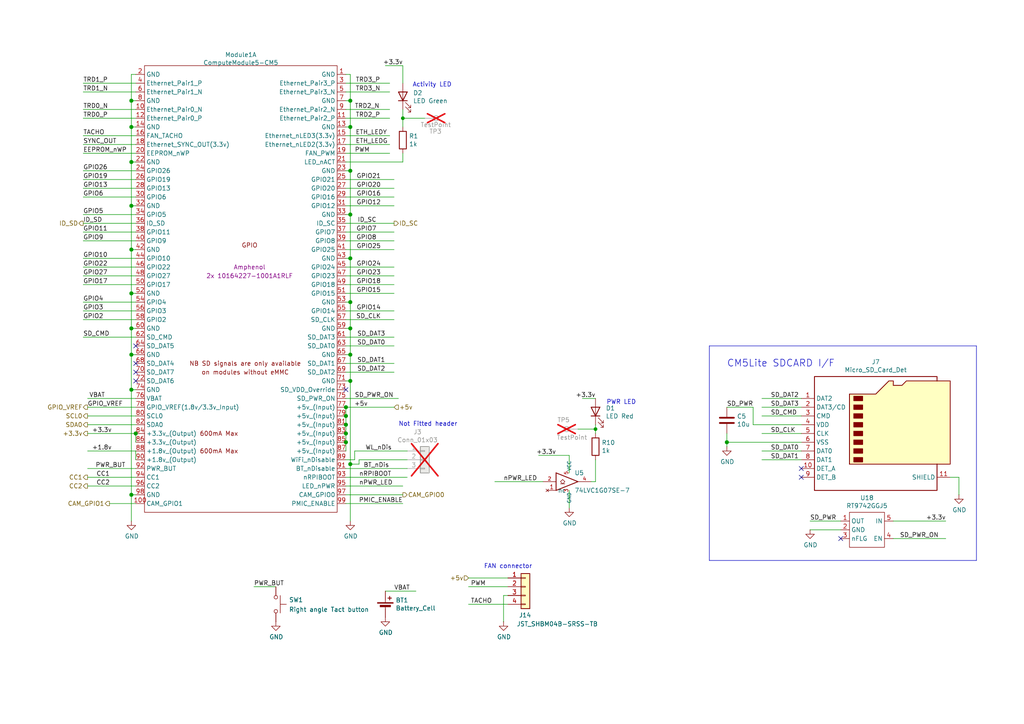
<source format=kicad_sch>
(kicad_sch (version 20250114) (generator "eeschema") (generator_version "9.0")
  (paper "A4")
  (title_block (title "Compute Module 5 IO Board - GPIO - Ethernet") (rev "1") (company "Copyright © 2024 Raspberry Pi Ltd.") (comment 1 "www.raspberrypi.com"))
  (lib_symbols
    (symbol "CM5IO:74LVC1G07_copy"
      (property "Reference" "U" (at -2.54 3.81 0))
      (property "Value" "74LVC1G07_copy" (at 0 -3.81 0))
      (symbol "74LVC1G07_copy_0_1"
        (polyline (pts (xy -3.81 2.54) (xy -3.81 -2.54) (xy 2.54 0) (xy -3.81 2.54)) (stroke (width 0.254)))
        (polyline (pts (xy -2.54 -0.635) (xy -1.27 -0.635)))
        (polyline (pts (xy -1.905 0.635) (xy -2.54 0) (xy -1.905 -0.635) (xy -1.27 0) (xy -1.905 0.635)))
      )
      (symbol "74LVC1G07_copy_1_1"
        (pin input line (at -7.62 0 0) (length 3.81) (name "~") (number "2"))
        (pin no_connect line (at -6.35 -2.54 0) (length 2.54) (name "nc") (number "1"))
        (pin power_in line (at 0 2.54 90) (length 0) (name "VCC") (number "5"))
        (pin power_in line (at 0 -2.54 270) (length 0) (name "GND") (number "3"))
        (pin open_collector line (at 6.35 0 180) (length 3.81) (name "~") (number "4"))
      )
    )
    (symbol "CM5IO:ComputeModule5-CM5"
      (property "Reference" "Module" (at 113.03 -68.58 0))
      (property "Value" "ComputeModule5-CM5" (at 140.97 2.54 0))
      (property "Field4" "Amphenol" (at 0 0 0))
      (property "Field5" "2x 10164227-1001A1RLF" (at 0 -2.54 0))
      (symbol "ComputeModule5-CM5_1_0"
        (text "GPIO" (at 0 6.35 0) (effects (font (size 1.27 1.27))))
      )
      (symbol "ComputeModule5-CM5_1_1"
        (rectangle (start -30.48 -71.12) (end 25.4 58.42))
        (text "600mA Max" (at -8.89 -48.26 0) (effects (font (size 1.27 1.27))))
        (text "600mA Max" (at -8.89 -53.34 0) (effects (font (size 1.27 1.27))))
        (text "NB SD signals are only available" (at -1.27 -27.94 0) (effects (font (size 1.27 1.27))))
        (text "on modules without eMMC" (at -1.27 -30.48 0) (effects (font (size 1.27 1.27))))
        (pin power_in line (at -33.02 55.88 0) (length 2.54) (name "GND") (number "2"))
        (pin passive line (at -33.02 53.34 0) (length 2.54) (name "Ethernet_Pair1_P") (number "4"))
        (pin passive line (at -33.02 50.8 0) (length 2.54) (name "Ethernet_Pair1_N") (number "6"))
        (pin power_in line (at -33.02 48.26 0) (length 2.54) (name "GND") (number "8"))
        (pin passive line (at -33.02 45.72 0) (length 2.54) (name "Ethernet_Pair0_N") (number "10"))
        (pin passive line (at -33.02 43.18 0) (length 2.54) (name "Ethernet_Pair0_P") (number "12"))
        (pin power_in line (at -33.02 40.64 0) (length 2.54) (name "GND") (number "14"))
        (pin input line (at -33.02 38.1 0) (length 2.54) (name "FAN_TACHO") (number "16"))
        (pin input line (at -33.02 35.56 0) (length 2.54) (name "Ethernet_SYNC_OUT(3.3v)") (number "18"))
        (pin passive line (at -33.02 33.02 0) (length 2.54) (name "EEPROM_nWP") (number "20"))
        (pin power_in line (at -33.02 30.48 0) (length 2.54) (name "GND") (number "22"))
        (pin passive line (at -33.02 27.94 0) (length 2.54) (name "GPIO26") (number "24"))
        (pin passive line (at -33.02 25.4 0) (length 2.54) (name "GPIO19") (number "26"))
        (pin passive line (at -33.02 22.86 0) (length 2.54) (name "GPIO13") (number "28"))
        (pin passive line (at -33.02 20.32 0) (length 2.54) (name "GPIO6") (number "30"))
        (pin power_in line (at -33.02 17.78 0) (length 2.54) (name "GND") (number "32"))
        (pin passive line (at -33.02 15.24 0) (length 2.54) (name "GPIO5") (number "34"))
        (pin passive line (at -33.02 12.7 0) (length 2.54) (name "ID_SD") (number "36"))
        (pin passive line (at -33.02 10.16 0) (length 2.54) (name "GPIO11") (number "38"))
        (pin passive line (at -33.02 7.62 0) (length 2.54) (name "GPIO9") (number "40"))
        (pin power_in line (at -33.02 5.08 0) (length 2.54) (name "GND") (number "42"))
        (pin passive line (at -33.02 2.54 0) (length 2.54) (name "GPIO10") (number "44"))
        (pin passive line (at -33.02 0 0) (length 2.54) (name "GPIO22") (number "46"))
        (pin passive line (at -33.02 -2.54 0) (length 2.54) (name "GPIO27") (number "48"))
        (pin passive line (at -33.02 -5.08 0) (length 2.54) (name "GPIO17") (number "50"))
        (pin power_in line (at -33.02 -7.62 0) (length 2.54) (name "GND") (number "52"))
        (pin passive line (at -33.02 -10.16 0) (length 2.54) (name "GPIO4") (number "54"))
        (pin passive line (at -33.02 -12.7 0) (length 2.54) (name "GPIO3") (number "56"))
        (pin passive line (at -33.02 -15.24 0) (length 2.54) (name "GPIO2") (number "58"))
        (pin power_in line (at -33.02 -17.78 0) (length 2.54) (name "GND") (number "60"))
        (pin passive line (at -33.02 -20.32 0) (length 2.54) (name "SD_CMD") (number "62"))
        (pin passive line (at -33.02 -22.86 0) (length 2.54) (name "SD_DAT5") (number "64"))
        (pin power_in line (at -33.02 -25.4 0) (length 2.54) (name "GND") (number "66"))
        (pin passive line (at -33.02 -27.94 0) (length 2.54) (name "SD_DAT4") (number "68"))
        (pin passive line (at -33.02 -30.48 0) (length 2.54) (name "SD_DAT7") (number "70"))
        (pin passive line (at -33.02 -33.02 0) (length 2.54) (name "SD_DAT6") (number "72"))
        (pin power_in line (at -33.02 -35.56 0) (length 2.54) (name "GND") (number "74"))
        (pin passive line (at -33.02 -38.1 0) (length 2.54) (name "VBAT") (number "76"))
        (pin power_in line (at -33.02 -40.64 0) (length 2.54) (name "GPIO_VREF(1.8v/3.3v_Input)") (number "78"))
        (pin passive line (at -33.02 -43.18 0) (length 2.54) (name "SCL0") (number "80"))
        (pin passive line (at -33.02 -45.72 0) (length 2.54) (name "SDA0") (number "82"))
        (pin power_out line (at -33.02 -48.26 0) (length 2.54) (name "+3.3v_(Output)") (number "84"))
        (pin passive line (at -33.02 -50.8 0) (length 2.54) (name "+3.3v_(Output)") (number "86"))
        (pin power_out line (at -33.02 -53.34 0) (length 2.54) (name "+1.8v_(Output)") (number "88"))
        (pin passive line (at -33.02 -55.88 0) (length 2.54) (name "+1.8v_(Output)") (number "90"))
        (pin passive line (at -33.02 -58.42 0) (length 2.54) (name "PWR_BUT") (number "92"))
        (pin passive line (at -33.02 -60.96 0) (length 2.54) (name "CC1") (number "94"))
        (pin passive line (at -33.02 -63.5 0) (length 2.54) (name "CC2") (number "96"))
        (pin power_in line (at -33.02 -66.04 0) (length 2.54) (name "GND") (number "98"))
        (pin passive line (at -33.02 -68.58 0) (length 2.54) (name "CAM_GPIO1") (number "100"))
        (pin power_in line (at 27.94 55.88 180) (length 2.54) (name "GND") (number "1"))
        (pin passive line (at 27.94 53.34 180) (length 2.54) (name "Ethernet_Pair3_P") (number "3"))
        (pin passive line (at 27.94 50.8 180) (length 2.54) (name "Ethernet_Pair3_N") (number "5"))
        (pin power_in line (at 27.94 48.26 180) (length 2.54) (name "GND") (number "7"))
        (pin passive line (at 27.94 45.72 180) (length 2.54) (name "Ethernet_Pair2_N") (number "9"))
        (pin passive line (at 27.94 43.18 180) (length 2.54) (name "Ethernet_Pair2_P") (number "11"))
        (pin power_in line (at 27.94 40.64 180) (length 2.54) (name "GND") (number "13"))
        (pin output line (at 27.94 38.1 180) (length 2.54) (name "Ethernet_nLED3(3.3v)") (number "15"))
        (pin output line (at 27.94 35.56 180) (length 2.54) (name "Ethernet_nLED2(3.3v)") (number "17"))
        (pin output line (at 27.94 33.02 180) (length 2.54) (name "FAN_PWM") (number "19"))
        (pin open_collector line (at 27.94 30.48 180) (length 2.54) (name "LED_nACT") (number "21"))
        (pin power_in line (at 27.94 27.94 180) (length 2.54) (name "GND") (number "23"))
        (pin passive line (at 27.94 25.4 180) (length 2.54) (name "GPIO21") (number "25"))
        (pin passive line (at 27.94 22.86 180) (length 2.54) (name "GPIO20") (number "27"))
        (pin passive line (at 27.94 20.32 180) (length 2.54) (name "GPIO16") (number "29"))
        (pin passive line (at 27.94 17.78 180) (length 2.54) (name "GPIO12") (number "31"))
        (pin power_in line (at 27.94 15.24 180) (length 2.54) (name "GND") (number "33"))
        (pin passive line (at 27.94 12.7 180) (length 2.54) (name "ID_SC") (number "35"))
        (pin passive line (at 27.94 10.16 180) (length 2.54) (name "GPIO7") (number "37"))
        (pin passive line (at 27.94 7.62 180) (length 2.54) (name "GPIO8") (number "39"))
        (pin passive line (at 27.94 5.08 180) (length 2.54) (name "GPIO25") (number "41"))
        (pin power_in line (at 27.94 2.54 180) (length 2.54) (name "GND") (number "43"))
        (pin passive line (at 27.94 0 180) (length 2.54) (name "GPIO24") (number "45"))
        (pin passive line (at 27.94 -2.54 180) (length 2.54) (name "GPIO23") (number "47"))
        (pin passive line (at 27.94 -5.08 180) (length 2.54) (name "GPIO18") (number "49"))
        (pin passive line (at 27.94 -7.62 180) (length 2.54) (name "GPIO15") (number "51"))
        (pin power_in line (at 27.94 -10.16 180) (length 2.54) (name "GND") (number "53"))
        (pin passive line (at 27.94 -12.7 180) (length 2.54) (name "GPIO14") (number "55"))
        (pin passive line (at 27.94 -15.24 180) (length 2.54) (name "SD_CLK") (number "57"))
        (pin power_in line (at 27.94 -17.78 180) (length 2.54) (name "GND") (number "59"))
        (pin passive line (at 27.94 -20.32 180) (length 2.54) (name "SD_DAT3") (number "61"))
        (pin passive line (at 27.94 -22.86 180) (length 2.54) (name "SD_DAT0") (number "63"))
        (pin power_in line (at 27.94 -25.4 180) (length 2.54) (name "GND") (number "65"))
        (pin passive line (at 27.94 -27.94 180) (length 2.54) (name "SD_DAT1") (number "67"))
        (pin passive line (at 27.94 -30.48 180) (length 2.54) (name "SD_DAT2") (number "69"))
        (pin power_in line (at 27.94 -33.02 180) (length 2.54) (name "GND") (number "71"))
        (pin input line (at 27.94 -35.56 180) (length 2.54) (name "SD_VDD_Override") (number "73"))
        (pin output line (at 27.94 -38.1 180) (length 2.54) (name "SD_PWR_ON") (number "75"))
        (pin power_in line (at 27.94 -40.64 180) (length 2.54) (name "+5v_(Input)") (number "77"))
        (pin power_in line (at 27.94 -43.18 180) (length 2.54) (name "+5v_(Input)") (number "79"))
        (pin power_in line (at 27.94 -45.72 180) (length 2.54) (name "+5v_(Input)") (number "81"))
        (pin power_in line (at 27.94 -48.26 180) (length 2.54) (name "+5v_(Input)") (number "83"))
        (pin power_in line (at 27.94 -50.8 180) (length 2.54) (name "+5v_(Input)") (number "85"))
        (pin power_in line (at 27.94 -53.34 180) (length 2.54) (name "+5v_(Input)") (number "87"))
        (pin input line (at 27.94 -55.88 180) (length 2.54) (name "WiFi_nDisable") (number "89"))
        (pin input line (at 27.94 -58.42 180) (length 2.54) (name "BT_nDisable") (number "91"))
        (pin input line (at 27.94 -60.96 180) (length 2.54) (name "nRPIBOOT") (number "93"))
        (pin output line (at 27.94 -63.5 180) (length 2.54) (name "LED_nPWR") (number "95"))
        (pin passive line (at 27.94 -66.04 180) (length 2.54) (name "CAM_GPIO0") (number "97"))
        (pin input line (at 27.94 -68.58 180) (length 2.54) (name "PMIC_ENABLE") (number "99"))
      )
      (symbol "ComputeModule5-CM5_2_1"
        (rectangle (start 114.3 -66.04) (end 165.1 63.5))
        (text "High Speed Serial" (at 140.97 0 0) (effects (font (size 1.27 1.27))))
        (pin input line (at 109.22 60.96 0) (length 5.08) (name "PCIe_nCLKREQ") (number "102"))
        (pin input line (at 109.22 58.42 0) (length 5.08) (name "PCIE_nWAKE") (number "104"))
        (pin output line (at 109.22 55.88 0) (length 5.08) (name "PCIE_PWR_EN") (number "106"))
        (pin power_in line (at 109.22 53.34 0) (length 5.08) (name "GND") (number "108"))
        (pin output line (at 109.22 50.8 0) (length 5.08) (name "PCIe_CLK_P") (number "110"))
        (pin output line (at 109.22 48.26 0) (length 5.08) (name "PCIe_CLK_N") (number "112"))
        (pin power_in line (at 109.22 45.72 0) (length 5.08) (name "GND") (number "114"))
        (pin input line (at 109.22 43.18 0) (length 5.08) (name "PCIe_RX_P") (number "116"))
        (pin input line (at 109.22 40.64 0) (length 5.08) (name "PCIe_RX_N") (number "118"))
        (pin power_in line (at 109.22 38.1 0) (length 5.08) (name "GND") (number "120"))
        (pin output line (at 109.22 35.56 0) (length 5.08) (name "PCIe_TX_P") (number "122"))
        (pin output line (at 109.22 33.02 0) (length 5.08) (name "PCIe_TX_N") (number "124"))
        (pin power_in line (at 109.22 30.48 0) (length 5.08) (name "GND") (number "126"))
        (pin input line (at 109.22 27.94 0) (length 5.08) (name "USB3-0-RX_N") (number "128"))
        (pin input line (at 109.22 25.4 0) (length 5.08) (name "USB3-0-RX_P") (number "130"))
        (pin power_in line (at 109.22 22.86 0) (length 5.08) (name "GND") (number "132"))
        (pin passive line (at 109.22 20.32 0) (length 5.08) (name "USB3-0-D_P") (number "134"))
        (pin passive line (at 109.22 17.78 0) (length 5.08) (name "USB3-0-D_N") (number "136"))
        (pin power_in line (at 109.22 15.24 0) (length 5.08) (name "GND") (number "138"))
        (pin output line (at 109.22 12.7 0) (length 5.08) (name "USB3-0-TX_N") (number "140"))
        (pin output line (at 109.22 10.16 0) (length 5.08) (name "USB3-0-TX_P") (number "142"))
        (pin power_in line (at 109.22 7.62 0) (length 5.08) (name "GND") (number "144"))
        (pin output line (at 109.22 5.08 0) (length 5.08) (name "HDMI1_TX2_P") (number "146"))
        (pin output line (at 109.22 2.54 0) (length 5.08) (name "HDMI1_TX2_N") (number "148"))
        (pin power_in line (at 109.22 0 0) (length 5.08) (name "GND") (number "150"))
        (pin output line (at 109.22 -2.54 0) (length 5.08) (name "HDMI1_TX1_P") (number "152"))
        (pin output line (at 109.22 -5.08 0) (length 5.08) (name "HDMI1_TX1_N") (number "154"))
        (pin power_in line (at 109.22 -7.62 0) (length 5.08) (name "GND") (number "156"))
        (pin output line (at 109.22 -10.16 0) (length 5.08) (name "HDMI1_TX0_P") (number "158"))
        (pin output line (at 109.22 -12.7 0) (length 5.08) (name "HDMI1_TX0_N") (number "160"))
        (pin power_in line (at 109.22 -15.24 0) (length 5.08) (name "GND") (number "162"))
        (pin output line (at 109.22 -17.78 0) (length 5.08) (name "HDMI1_CLK_P") (number "164"))
        (pin output line (at 109.22 -20.32 0) (length 5.08) (name "HDMI1_CLK_N") (number "166"))
        (pin power_in line (at 109.22 -22.86 0) (length 5.08) (name "GND") (number "168"))
        (pin output line (at 109.22 -25.4 0) (length 5.08) (name "HDMI0_TX2_P") (number "170"))
        (pin output line (at 109.22 -27.94 0) (length 5.08) (name "HDMI0_TX2_N") (number "172"))
        (pin power_in line (at 109.22 -30.48 0) (length 5.08) (name "GND") (number "174"))
        (pin output line (at 109.22 -33.02 0) (length 5.08) (name "HDMI0_TX1_P") (number "176"))
        (pin output line (at 109.22 -35.56 0) (length 5.08) (name "HDMI0_TX1_N") (number "178"))
        (pin power_in line (at 109.22 -38.1 0) (length 5.08) (name "GND") (number "180"))
        (pin output line (at 109.22 -40.64 0) (length 5.08) (name "HDMI0_TX0_P") (number "182"))
        (pin output line (at 109.22 -43.18 0) (length 5.08) (name "HDMI0_TX0_N") (number "184"))
        (pin power_in line (at 109.22 -45.72 0) (length 5.08) (name "GND") (number "186"))
        (pin output line (at 109.22 -48.26 0) (length 5.08) (name "HDMI0_CLK_P") (number "188"))
        (pin output line (at 109.22 -50.8 0) (length 5.08) (name "HDMI0_CLK_N") (number "190"))
        (pin power_in line (at 109.22 -53.34 0) (length 5.08) (name "GND") (number "192"))
        (pin output line (at 109.22 -55.88 0) (length 5.08) (name "MIPI1_D3_N") (number "194"))
        (pin output line (at 109.22 -58.42 0) (length 5.08) (name "MIPI1_D3_P") (number "196"))
        (pin power_in line (at 109.22 -60.96 0) (length 5.08) (name "GND") (number "198"))
        (pin open_collector line (at 109.22 -63.5 0) (length 5.08) (name "HDMI0_SCL") (number "200"))
        (pin input line (at 170.18 60.96 180) (length 5.08) (name "USB_OTG_ID") (number "101"))
        (pin passive line (at 170.18 58.42 180) (length 5.08) (name "USB2_N") (number "103"))
        (pin passive line (at 170.18 55.88 180) (length 5.08) (name "USB2_P") (number "105"))
        (pin power_in line (at 170.18 53.34 180) (length 5.08) (name "GND") (number "107"))
        (pin output line (at 170.18 50.8 180) (length 5.08) (name "PCIe_nRST") (number "109"))
        (pin output line (at 170.18 48.26 180) (length 5.08) (name "VBUS_EN") (number "111"))
        (pin power_in line (at 170.18 45.72 180) (length 5.08) (name "GND") (number "113"))
        (pin input line (at 170.18 43.18 180) (length 5.08) (name "MIPI0_D0_N") (number "115"))
        (pin input line (at 170.18 40.64 180) (length 5.08) (name "MIPI0_D0_P") (number "117"))
        (pin power_in line (at 170.18 38.1 180) (length 5.08) (name "GND") (number "119"))
        (pin input line (at 170.18 35.56 180) (length 5.08) (name "MIPI0_D1_N") (number "121"))
        (pin input line (at 170.18 33.02 180) (length 5.08) (name "MIPI0_D1_P") (number "123"))
        (pin power_in line (at 170.18 30.48 180) (length 5.08) (name "GND") (number "125"))
        (pin input line (at 170.18 27.94 180) (length 5.08) (name "MIPI0_C_N") (number "127"))
        (pin input line (at 170.18 25.4 180) (length 5.08) (name "MIPI0_C_P") (number "129"))
        (pin power_in line (at 170.18 22.86 180) (length 5.08) (name "GND") (number "131"))
        (pin input line (at 170.18 20.32 180) (length 5.08) (name "MIPI0_D2_N") (number "133"))
        (pin input line (at 170.18 17.78 180) (length 5.08) (name "MIPI0_D2_P") (number "135"))
        (pin power_in line (at 170.18 15.24 180) (length 5.08) (name "GND") (number "137"))
        (pin input line (at 170.18 12.7 180) (length 5.08) (name "MIPI0_D3_N") (number "139"))
        (pin input line (at 170.18 10.16 180) (length 5.08) (name "MIPI0_D3_P") (number "141"))
        (pin input line (at 170.18 7.62 180) (length 5.08) (name "HDMI1_HOTPLUG") (number "143"))
        (pin bidirectional line (at 170.18 5.08 180) (length 5.08) (name "HDMI1_SDA") (number "145"))
        (pin open_collector line (at 170.18 2.54 180) (length 5.08) (name "HDMI1_SCL") (number "147"))
        (pin open_collector line (at 170.18 0 180) (length 5.08) (name "HDMI1_CEC") (number "149"))
        (pin open_collector line (at 170.18 -2.54 180) (length 5.08) (name "HDMI0_CEC") (number "151"))
        (pin input line (at 170.18 -5.08 180) (length 5.08) (name "HDMI0_HOTPLUG") (number "153"))
        (pin power_in line (at 170.18 -7.62 180) (length 5.08) (name "GND") (number "155"))
        (pin input line (at 170.18 -10.16 180) (length 5.08) (name "USB3-1-RX_N") (number "157"))
        (pin input line (at 170.18 -12.7 180) (length 5.08) (name "USB3-1-RX_P") (number "159"))
        (pin power_in line (at 170.18 -15.24 180) (length 5.08) (name "GND") (number "161"))
        (pin passive line (at 170.18 -17.78 180) (length 5.08) (name "USB3-1-D_P") (number "163"))
        (pin passive line (at 170.18 -20.32 180) (length 5.08) (name "USB3-1-D_N") (number "165"))
        (pin power_in line (at 170.18 -22.86 180) (length 5.08) (name "GND") (number "167"))
        (pin output line (at 170.18 -25.4 180) (length 5.08) (name "USB3-1-TX_N") (number "169"))
        (pin output line (at 170.18 -27.94 180) (length 5.08) (name "USB3-1-TX_P") (number "171"))
        (pin power_in line (at 170.18 -30.48 180) (length 5.08) (name "GND") (number "173"))
        (pin output line (at 170.18 -33.02 180) (length 5.08) (name "MIPI1_D0_N") (number "175"))
        (pin output line (at 170.18 -35.56 180) (length 5.08) (name "MIPI1_D0_P") (number "177"))
        (pin power_in line (at 170.18 -38.1 180) (length 5.08) (name "GND") (number "179"))
        (pin output line (at 170.18 -40.64 180) (length 5.08) (name "MIPI1_D1_N") (number "181"))
        (pin output line (at 170.18 -43.18 180) (length 5.08) (name "MIPI1_D1_P") (number "183"))
        (pin power_in line (at 170.18 -45.72 180) (length 5.08) (name "GND") (number "185"))
        (pin output line (at 170.18 -48.26 180) (length 5.08) (name "MIPI1_C_N") (number "187"))
        (pin output line (at 170.18 -50.8 180) (length 5.08) (name "MIPI1_C_P") (number "189"))
        (pin power_in line (at 170.18 -53.34 180) (length 5.08) (name "GND") (number "191"))
        (pin output line (at 170.18 -55.88 180) (length 5.08) (name "MIPI1_D2_N") (number "193"))
        (pin output line (at 170.18 -58.42 180) (length 5.08) (name "MIPI1_D2_P") (number "195"))
        (pin power_in line (at 170.18 -60.96 180) (length 5.08) (name "GND") (number "197"))
        (pin bidirectional line (at 170.18 -63.5 180) (length 5.08) (name "HDMI0_SDA") (number "199"))
      )
    )
    (symbol "CM5IO:RT9742GGJ5"
      (property "Reference" "U" (at 0 0 0))
      (property "Value" "RT9742GGJ5" (at 0 0 0))
      (symbol "RT9742GGJ5_0_0"
        (pin power_out line (at -8.89 10.16 0) (length 2.54) (name "OUT") (number "1"))
        (pin power_in line (at -8.89 7.62 0) (length 2.54) (name "GND") (number "2"))
        (pin open_collector line (at -8.89 5.08 0) (length 2.54) (name "nFLG") (number "3"))
        (pin power_in line (at 6.35 10.16 180) (length 2.54) (name "IN") (number "5"))
        (pin input line (at 6.35 5.08 180) (length 2.54) (name "EN") (number "4"))
      )
      (symbol "RT9742GGJ5_0_1"
        (rectangle (start -6.35 12.7) (end 3.81 2.54))
      )
    )
    (symbol "Connector:Micro_SD_Card_Det2"
      (property "Reference" "J" (at -16.51 17.78 0))
      (property "Value" "Micro_SD_Card_Det2" (at 16.51 17.78 0))
      (symbol "Micro_SD_Card_Det2_0_1"
        (polyline (pts (xy -8.89 -8.89) (xy -8.89 11.43) (xy -1.27 11.43) (xy 2.54 15.24) (xy 3.81 15.24) (xy 3.81 13.97) (xy 6.35 13.97) (xy 7.62 15.24) (xy 20.32 15.24) (xy 20.32 -8.89) (xy -8.89 -8.89)) (stroke (width 0.254)) (fill (type background)))
        (rectangle (start -7.62 10.795) (end -5.08 9.525) (stroke (width 0.254)) (fill (type outline)))
        (rectangle (start -7.62 8.255) (end -5.08 6.985) (stroke (width 0.254)) (fill (type outline)))
        (rectangle (start -7.62 5.715) (end -5.08 4.445) (stroke (width 0.254)) (fill (type outline)))
        (rectangle (start -7.62 3.175) (end -5.08 1.905) (stroke (width 0.254)) (fill (type outline)))
        (rectangle (start -7.62 0.635) (end -5.08 -0.635) (stroke (width 0.254)) (fill (type outline)))
        (rectangle (start -7.62 -1.905) (end -5.08 -3.175) (stroke (width 0.254)) (fill (type outline)))
        (rectangle (start -7.62 -4.445) (end -5.08 -5.715) (stroke (width 0.254)) (fill (type outline)))
        (rectangle (start -7.62 -6.985) (end -5.08 -8.255) (stroke (width 0.254)) (fill (type outline)))
        (polyline (pts (xy 16.51 15.24) (xy 16.51 16.51) (xy -19.05 16.51) (xy -19.05 -16.51) (xy 16.51 -16.51) (xy 16.51 -8.89)) (stroke (width 0.254)))
      )
      (symbol "Micro_SD_Card_Det2_1_1"
        (pin bidirectional line (at -22.86 10.16 0) (length 3.81) (name "DAT2") (number "1"))
        (pin bidirectional line (at -22.86 7.62 0) (length 3.81) (name "DAT3/CD") (number "2"))
        (pin input line (at -22.86 5.08 0) (length 3.81) (name "CMD") (number "3"))
        (pin power_in line (at -22.86 2.54 0) (length 3.81) (name "VDD") (number "4"))
        (pin input line (at -22.86 0 0) (length 3.81) (name "CLK") (number "5"))
        (pin power_in line (at -22.86 -2.54 0) (length 3.81) (name "VSS") (number "6"))
        (pin bidirectional line (at -22.86 -5.08 0) (length 3.81) (name "DAT0") (number "7"))
        (pin bidirectional line (at -22.86 -7.62 0) (length 3.81) (name "DAT1") (number "8"))
        (pin passive line (at -22.86 -10.16 0) (length 3.81) (name "DET_A") (number "10"))
        (pin passive line (at -22.86 -12.7 0) (length 3.81) (name "DET_B") (number "9"))
        (pin passive line (at 20.32 -12.7 180) (length 3.81) (name "SHIELD") (number "11"))
      )
    )
    (symbol "Connector:TestPoint" (pin_numbers (hide yes)) (pin_names (offset 0.762) (hide yes))
      (property "Reference" "TP" (at 0 6.858 0))
      (property "Value" "TestPoint" (at 0 5.08 0))
      (symbol "TestPoint_0_1"
        (circle (center 0 3.302) (radius 0.762))
      )
      (symbol "TestPoint_1_1"
        (pin passive line (at 0 0 90) (length 2.54) (name "1") (number "1"))
      )
    )
    (symbol "Connector_Generic:Conn_01x03" (pin_names (offset 1.016) (hide yes))
      (property "Reference" "J" (at 0 5.08 0))
      (property "Value" "Conn_01x03" (at 0 -5.08 0))
      (symbol "Conn_01x03_1_1"
        (rectangle (start -1.27 3.81) (end 1.27 -3.81) (stroke (width 0.254)) (fill (type background)))
        (rectangle (start -1.27 2.667) (end 0 2.413) (stroke (width 0.1524)))
        (rectangle (start -1.27 0.127) (end 0 -0.127) (stroke (width 0.1524)))
        (rectangle (start -1.27 -2.413) (end 0 -2.667) (stroke (width 0.1524)))
        (pin passive line (at -5.08 2.54 0) (length 3.81) (name "Pin_1") (number "1"))
        (pin passive line (at -5.08 0 0) (length 3.81) (name "Pin_2") (number "2"))
        (pin passive line (at -5.08 -2.54 0) (length 3.81) (name "Pin_3") (number "3"))
      )
    )
    (symbol "Connector_Generic:Conn_01x04" (pin_names (offset 1.016) (hide yes))
      (property "Reference" "J" (at 0 5.08 0))
      (property "Value" "Conn_01x04" (at 0 -7.62 0))
      (symbol "Conn_01x04_1_1"
        (rectangle (start -1.27 3.81) (end 1.27 -6.35) (stroke (width 0.254)) (fill (type background)))
        (rectangle (start -1.27 2.667) (end 0 2.413) (stroke (width 0.1524)))
        (rectangle (start -1.27 0.127) (end 0 -0.127) (stroke (width 0.1524)))
        (rectangle (start -1.27 -2.413) (end 0 -2.667) (stroke (width 0.1524)))
        (rectangle (start -1.27 -4.953) (end 0 -5.207) (stroke (width 0.1524)))
        (pin passive line (at -5.08 2.54 0) (length 3.81) (name "Pin_1") (number "1"))
        (pin passive line (at -5.08 0 0) (length 3.81) (name "Pin_2") (number "2"))
        (pin passive line (at -5.08 -2.54 0) (length 3.81) (name "Pin_3") (number "3"))
        (pin passive line (at -5.08 -5.08 0) (length 3.81) (name "Pin_4") (number "4"))
      )
    )
    (symbol "Device:Battery_Cell" (pin_numbers (hide yes)) (pin_names (offset 0) (hide yes))
      (property "Reference" "BT" (at 2.54 2.54 0))
      (property "Value" "Battery_Cell" (at 2.54 0 0))
      (symbol "Battery_Cell_0_1"
        (rectangle (start -2.286 1.778) (end 2.286 1.524) (fill (type outline)))
        (rectangle (start -1.524 1.016) (end 1.524 0.508) (fill (type outline)))
        (polyline (pts (xy 0 1.778) (xy 0 2.54)))
        (polyline (pts (xy 0 0.762) (xy 0 0)))
        (polyline (pts (xy 0.762 3.048) (xy 1.778 3.048)) (stroke (width 0.254)))
        (polyline (pts (xy 1.27 3.556) (xy 1.27 2.54)) (stroke (width 0.254)))
      )
      (symbol "Battery_Cell_1_1"
        (pin passive line (at 0 5.08 270) (length 2.54) (name "+") (number "1"))
        (pin passive line (at 0 -2.54 90) (length 2.54) (name "-") (number "2"))
      )
    )
    (symbol "Device:C" (pin_numbers (hide yes)) (pin_names (offset 0.254))
      (property "Reference" "C" (at 0.635 2.54 0))
      (property "Value" "C" (at 0.635 -2.54 0))
      (symbol "C_0_1"
        (polyline (pts (xy -2.032 0.762) (xy 2.032 0.762)) (stroke (width 0.508)))
        (polyline (pts (xy -2.032 -0.762) (xy 2.032 -0.762)) (stroke (width 0.508)))
      )
      (symbol "C_1_1"
        (pin passive line (at 0 3.81 270) (length 2.794) (name "~") (number "1"))
        (pin passive line (at 0 -3.81 90) (length 2.794) (name "~") (number "2"))
      )
    )
    (symbol "Device:LED" (pin_numbers (hide yes)) (pin_names (offset 1.016) (hide yes))
      (property "Reference" "D" (at 0 2.54 0))
      (property "Value" "LED" (at 0 -2.54 0))
      (symbol "LED_0_1"
        (polyline (pts (xy -3.048 -0.762) (xy -4.572 -2.286) (xy -3.81 -2.286) (xy -4.572 -2.286) (xy -4.572 -1.524)))
        (polyline (pts (xy -1.778 -0.762) (xy -3.302 -2.286) (xy -2.54 -2.286) (xy -3.302 -2.286) (xy -3.302 -1.524)))
        (polyline (pts (xy -1.27 0) (xy 1.27 0)))
        (polyline (pts (xy -1.27 -1.27) (xy -1.27 1.27)) (stroke (width 0.254)))
        (polyline (pts (xy 1.27 -1.27) (xy 1.27 1.27) (xy -1.27 0) (xy 1.27 -1.27)) (stroke (width 0.254)))
      )
      (symbol "LED_1_1"
        (pin passive line (at -3.81 0 0) (length 2.54) (name "K") (number "1"))
        (pin passive line (at 3.81 0 180) (length 2.54) (name "A") (number "2"))
      )
    )
    (symbol "Device:R" (pin_numbers (hide yes)) (pin_names (offset 0))
      (property "Reference" "R" (at 2.032 0 90))
      (property "Value" "R" (at 0 0 90))
      (symbol "R_0_1"
        (rectangle (start -1.016 -2.54) (end 1.016 2.54) (stroke (width 0.254)))
      )
      (symbol "R_1_1"
        (pin passive line (at 0 3.81 270) (length 1.27) (name "~") (number "1"))
        (pin passive line (at 0 -3.81 90) (length 1.27) (name "~") (number "2"))
      )
    )
    (symbol "LED_1" (pin_numbers (hide yes)) (pin_names (offset 1.016) (hide yes))
      (property "Reference" "D" (at 0 2.54 0))
      (property "Value" "LED" (at 0 -2.54 0))
      (symbol "LED_1_0_1"
        (polyline (pts (xy -3.048 -0.762) (xy -4.572 -2.286) (xy -3.81 -2.286) (xy -4.572 -2.286) (xy -4.572 -1.524)))
        (polyline (pts (xy -1.778 -0.762) (xy -3.302 -2.286) (xy -2.54 -2.286) (xy -3.302 -2.286) (xy -3.302 -1.524)))
        (polyline (pts (xy -1.27 0) (xy 1.27 0)))
        (polyline (pts (xy -1.27 -1.27) (xy -1.27 1.27)) (stroke (width 0.254)))
        (polyline (pts (xy 1.27 -1.27) (xy 1.27 1.27) (xy -1.27 0) (xy 1.27 -1.27)) (stroke (width 0.254)))
      )
      (symbol "LED_1_1_1"
        (pin passive line (at -3.81 0 0) (length 2.54) (name "K") (number "1"))
        (pin passive line (at 3.81 0 180) (length 2.54) (name "A") (number "2"))
      )
    )
    (symbol "Switch:SW_Push" (pin_numbers (hide yes)) (pin_names (offset 1.016) (hide yes))
      (property "Reference" "SW" (at 1.27 2.54 0))
      (property "Value" "SW_Push" (at 0 -1.524 0))
      (symbol "SW_Push_0_1"
        (circle (center -2.032 0) (radius 0.508))
        (polyline (pts (xy 0 1.27) (xy 0 3.048)))
        (circle (center 2.032 0) (radius 0.508))
        (polyline (pts (xy 2.54 1.27) (xy -2.54 1.27)))
        (pin passive line (at -5.08 0 0) (length 2.54) (name "1") (number "1"))
        (pin passive line (at 5.08 0 180) (length 2.54) (name "2") (number "2"))
      )
    )
    (symbol "power:GND" (power) (pin_numbers (hide yes)) (pin_names (offset 0) (hide yes))
      (property "Value" "GND" (at 0 -3.81 0))
      (symbol "GND_0_1"
        (polyline (pts (xy 0 0) (xy 0 -1.27) (xy 1.27 -1.27) (xy 0 -2.54) (xy -1.27 -1.27) (xy 0 -1.27)))
      )
      (symbol "GND_1_1"
        (pin power_in line (at 0 0 270) (length 0) (name "~") (number "1"))
      )
    )
  )
  (text "Activity LED" (at 119.634 25.4 0) (effects (font (size 1.27 1.27)) (justify left bottom)))
  (text "FAN connector\n" (at 140.335 165.1 0) (effects (font (size 1.27 1.27)) (justify left bottom)))
  (text "Not Fitted header" (at 132.715 123.825 0) (effects (font (size 1.27 1.27)) (justify right bottom)))
  (text "PWR LED" (at 175.895 117.475 0) (effects (font (size 1.27 1.27)) (justify left bottom)))
  (text "CM5Lite SDCARD I/F" (at 210.82 106.68 0) (effects (font (size 2.007 2.007)) (justify left bottom)))
  (junction (at 101.6 36.83) (diameter 1.016))
  (junction (at 101.6 29.21) (diameter 1.016))
  (junction (at 101.6 102.87) (diameter 1.016))
  (junction (at 38.1 113.03) (diameter 1.016))
  (junction (at 38.1 46.99) (diameter 1.016))
  (junction (at 100.33 125.73) (diameter 1.016))
  (junction (at 38.1 72.39) (diameter 1.016))
  (junction (at 100.33 123.19) (diameter 1.016))
  (junction (at 38.1 143.51) (diameter 1.016))
  (junction (at 38.1 59.69) (diameter 1.016))
  (junction (at 101.6 62.23) (diameter 1.016))
  (junction (at 38.1 95.25) (diameter 1.016))
  (junction (at 100.33 118.11) (diameter 1.016))
  (junction (at 101.6 95.25) (diameter 1.016))
  (junction (at 210.82 128.27) (diameter 1.016))
  (junction (at 101.6 87.63) (diameter 1.016))
  (junction (at 38.1 85.09) (diameter 1.016))
  (junction (at 100.33 120.65) (diameter 1.016))
  (junction (at 172.72 124.46))
  (junction (at 38.1 36.83) (diameter 1.016))
  (junction (at 39.37 125.73) (diameter 1.016))
  (junction (at 38.1 102.87) (diameter 1.016))
  (junction (at 38.1 29.21) (diameter 1.016))
  (junction (at 100.33 128.27) (diameter 1.016))
  (junction (at 116.84 34.29))
  (junction (at 101.6 110.49) (diameter 1.016))
  (junction (at 101.6 134.62) (diameter 1.016))
  (junction (at 101.6 49.53) (diameter 1.016))
  (junction (at 101.6 74.93) (diameter 1.016))
  (no_connect (at 39.37 107.95))
  (no_connect (at 100.33 113.03))
  (no_connect (at 39.37 100.33))
  (no_connect (at 243.84 156.21))
  (no_connect (at 39.37 105.41))
  (no_connect (at 232.41 138.43))
  (no_connect (at 232.41 135.89))
  (no_connect (at 39.37 110.49))
  (wire (pts (xy 275.59 138.43) (xy 278.13 138.43)))
  (wire (pts (xy 101.6 110.49) (xy 101.6 134.62)))
  (wire (pts (xy 100.33 135.89) (xy 118.11 135.89)))
  (wire (pts (xy 100.33 102.87) (xy 101.6 102.87)))
  (wire (pts (xy 24.13 90.17) (xy 39.37 90.17)))
  (wire (pts (xy 39.37 133.35) (xy 39.37 130.81)))
  (wire (pts (xy 24.13 44.45) (xy 39.37 44.45)))
  (wire (pts (xy 100.33 95.25) (xy 101.6 95.25)))
  (wire (pts (xy 101.6 102.87) (xy 101.6 110.49)))
  (wire (pts (xy 100.33 100.33) (xy 114.3 100.33)))
  (wire (pts (xy 39.37 128.27) (xy 39.37 125.73)))
  (wire (pts (xy 111.76 171.45) (xy 120.65 171.45)))
  (wire (pts (xy 100.33 118.11) (xy 114.3 118.11)))
  (wire (pts (xy 101.6 36.83) (xy 101.6 49.53)))
  (wire (pts (xy 24.13 92.71) (xy 39.37 92.71)))
  (wire (pts (xy 116.84 36.83) (xy 116.84 34.29)))
  (wire (pts (xy 24.13 31.75) (xy 39.37 31.75)))
  (wire (pts (xy 24.13 77.47) (xy 39.37 77.47)))
  (wire (pts (xy 100.33 29.21) (xy 101.6 29.21)))
  (wire (pts (xy 220.98 120.65) (xy 232.41 120.65)))
  (wire (pts (xy 100.33 90.17) (xy 114.3 90.17)))
  (wire (pts (xy 24.13 82.55) (xy 39.37 82.55)))
  (wire (pts (xy 24.13 80.01) (xy 39.37 80.01)))
  (wire (pts (xy 100.33 34.29) (xy 113.03 34.29)))
  (wire (pts (xy 39.37 36.83) (xy 38.1 36.83)))
  (wire (pts (xy 100.33 44.45) (xy 113.03 44.45)))
  (wire (pts (xy 100.33 31.75) (xy 113.03 31.75)))
  (wire (pts (xy 102.87 133.35) (xy 102.87 130.81)))
  (wire (pts (xy 24.13 67.31) (xy 39.37 67.31)))
  (wire (pts (xy 104.14 133.35) (xy 118.11 133.35)))
  (wire (pts (xy 100.33 87.63) (xy 101.6 87.63)))
  (wire (pts (xy 24.13 39.37) (xy 39.37 39.37)))
  (wire (pts (xy 39.37 21.59) (xy 38.1 21.59)))
  (wire (pts (xy 101.6 21.59) (xy 101.6 29.21)))
  (wire (pts (xy 101.6 29.21) (xy 101.6 36.83)))
  (wire (pts (xy 38.1 143.51) (xy 38.1 151.13)))
  (wire (pts (xy 146.05 172.72) (xy 146.05 180.34)))
  (wire (pts (xy 165.1 142.24) (xy 165.1 147.32)))
  (wire (pts (xy 100.33 57.15) (xy 114.3 57.15)))
  (wire (pts (xy 167.64 124.46) (xy 172.72 124.46)))
  (wire (pts (xy 165.1 137.16) (xy 165.1 132.08)))
  (wire (pts (xy 100.33 143.51) (xy 116.84 143.51)))
  (wire (pts (xy 100.33 107.95) (xy 114.3 107.95)))
  (wire (pts (xy 100.33 80.01) (xy 114.3 80.01)))
  (wire (pts (xy 25.4 138.43) (xy 39.37 138.43)))
  (wire (pts (xy 101.6 95.25) (xy 101.6 102.87)))
  (wire (pts (xy 38.1 72.39) (xy 38.1 85.09)))
  (wire (pts (xy 210.82 128.27) (xy 232.41 128.27)))
  (wire (pts (xy 101.6 49.53) (xy 101.6 62.23)))
  (wire (pts (xy 24.13 74.93) (xy 39.37 74.93)))
  (wire (pts (xy 100.33 140.97) (xy 116.84 140.97)))
  (wire (pts (xy 39.37 29.21) (xy 38.1 29.21)))
  (wire (pts (xy 25.4 140.97) (xy 39.37 140.97)))
  (wire (pts (xy 25.4 135.89) (xy 39.37 135.89)))
  (wire (pts (xy 100.33 128.27) (xy 100.33 130.81)))
  (wire (pts (xy 243.84 153.67) (xy 234.95 153.67)))
  (wire (pts (xy 100.33 41.91) (xy 113.03 41.91)))
  (wire (pts (xy 100.33 115.57) (xy 115.57 115.57)))
  (wire (pts (xy 114.3 97.79) (xy 100.33 97.79)))
  (wire (pts (xy 24.13 26.67) (xy 39.37 26.67)))
  (wire (pts (xy 24.13 49.53) (xy 39.37 49.53)))
  (wire (pts (xy 243.84 151.13) (xy 234.95 151.13)))
  (wire (pts (xy 100.33 120.65) (xy 100.33 123.19)))
  (wire (pts (xy 100.33 74.93) (xy 101.6 74.93)))
  (wire (pts (xy 100.33 39.37) (xy 113.03 39.37)))
  (wire (pts (xy 210.82 125.73) (xy 210.82 128.27)))
  (polyline (pts (xy 283.21 162.56) (xy 205.74 162.56)) (stroke (width 0) (type solid)))
  (wire (pts (xy 100.33 138.43) (xy 118.11 138.43)))
  (wire (pts (xy 38.1 95.25) (xy 39.37 95.25)))
  (wire (pts (xy 218.44 123.19) (xy 218.44 118.11)))
  (wire (pts (xy 38.1 102.87) (xy 38.1 113.03)))
  (wire (pts (xy 38.1 85.09) (xy 38.1 95.25)))
  (wire (pts (xy 31.75 146.05) (xy 39.37 146.05)))
  (wire (pts (xy 116.84 19.05) (xy 116.84 24.13)))
  (wire (pts (xy 116.84 34.29) (xy 116.84 31.75)))
  (wire (pts (xy 104.14 134.62) (xy 104.14 133.35)))
  (wire (pts (xy 101.6 134.62) (xy 101.6 151.13)))
  (wire (pts (xy 278.13 138.43) (xy 278.13 143.51)))
  (wire (pts (xy 38.1 59.69) (xy 38.1 72.39)))
  (wire (pts (xy 38.1 113.03) (xy 39.37 113.03)))
  (wire (pts (xy 38.1 72.39) (xy 39.37 72.39)))
  (wire (pts (xy 24.13 54.61) (xy 39.37 54.61)))
  (wire (pts (xy 100.33 52.07) (xy 114.3 52.07)))
  (wire (pts (xy 25.4 130.81) (xy 39.37 130.81)))
  (wire (pts (xy 24.13 97.79) (xy 39.37 97.79)))
  (wire (pts (xy 24.13 24.13) (xy 39.37 24.13)))
  (polyline (pts (xy 283.21 100.33) (xy 283.21 162.56)) (stroke (width 0) (type solid)))
  (wire (pts (xy 100.33 62.23) (xy 101.6 62.23)))
  (wire (pts (xy 100.33 24.13) (xy 113.03 24.13)))
  (wire (pts (xy 100.33 36.83) (xy 101.6 36.83)))
  (wire (pts (xy 38.1 95.25) (xy 38.1 102.87)))
  (wire (pts (xy 172.72 133.35) (xy 172.72 139.7)))
  (wire (pts (xy 39.37 143.51) (xy 38.1 143.51)))
  (wire (pts (xy 24.13 57.15) (xy 39.37 57.15)))
  (wire (pts (xy 220.98 130.81) (xy 232.41 130.81)))
  (wire (pts (xy 25.4 123.19) (xy 39.37 123.19)))
  (wire (pts (xy 38.1 113.03) (xy 38.1 143.51)))
  (wire (pts (xy 165.1 132.08) (xy 156.21 132.08)))
  (wire (pts (xy 172.72 123.19) (xy 172.72 124.46)))
  (wire (pts (xy 102.87 130.81) (xy 118.11 130.81)))
  (wire (pts (xy 100.33 146.05) (xy 116.84 146.05)))
  (wire (pts (xy 220.98 115.57) (xy 232.41 115.57)))
  (wire (pts (xy 100.33 64.77) (xy 114.3 64.77)))
  (wire (pts (xy 259.08 151.13) (xy 274.32 151.13)))
  (wire (pts (xy 101.6 87.63) (xy 101.6 95.25)))
  (wire (pts (xy 147.32 172.72) (xy 146.05 172.72)))
  (wire (pts (xy 100.33 54.61) (xy 114.3 54.61)))
  (wire (pts (xy 116.84 46.99) (xy 116.84 44.45)))
  (wire (pts (xy 100.33 133.35) (xy 102.87 133.35)))
  (wire (pts (xy 100.33 69.85) (xy 114.3 69.85)))
  (wire (pts (xy 114.3 105.41) (xy 100.33 105.41)))
  (wire (pts (xy 25.4 118.11) (xy 39.37 118.11)))
  (wire (pts (xy 100.33 85.09) (xy 114.3 85.09)))
  (polyline (pts (xy 205.74 162.56) (xy 205.74 100.33)) (stroke (width 0) (type solid)))
  (wire (pts (xy 135.89 170.18) (xy 147.32 170.18)))
  (wire (pts (xy 24.13 34.29) (xy 39.37 34.29)))
  (wire (pts (xy 25.4 115.57) (xy 39.37 115.57)))
  (wire (pts (xy 25.4 125.73) (xy 39.37 125.73)))
  (wire (pts (xy 100.33 59.69) (xy 114.3 59.69)))
  (wire (pts (xy 135.89 175.26) (xy 147.32 175.26)))
  (polyline (pts (xy 205.74 100.33) (xy 283.21 100.33)) (stroke (width 0) (type solid)))
  (wire (pts (xy 114.3 92.71) (xy 100.33 92.71)))
  (wire (pts (xy 100.33 67.31) (xy 114.3 67.31)))
  (wire (pts (xy 24.13 64.77) (xy 39.37 64.77)))
  (wire (pts (xy 172.72 139.7) (xy 171.45 139.7)))
  (wire (pts (xy 25.4 120.65) (xy 39.37 120.65)))
  (wire (pts (xy 38.1 36.83) (xy 38.1 46.99)))
  (wire (pts (xy 100.33 46.99) (xy 116.84 46.99)))
  (wire (pts (xy 24.13 52.07) (xy 39.37 52.07)))
  (wire (pts (xy 172.72 115.57) (xy 168.91 115.57)))
  (wire (pts (xy 100.33 72.39) (xy 114.3 72.39)))
  (wire (pts (xy 38.1 29.21) (xy 38.1 36.83)))
  (wire (pts (xy 100.33 21.59) (xy 101.6 21.59)))
  (wire (pts (xy 100.33 110.49) (xy 101.6 110.49)))
  (wire (pts (xy 143.51 139.7) (xy 157.48 139.7)))
  (wire (pts (xy 24.13 69.85) (xy 39.37 69.85)))
  (wire (pts (xy 24.13 87.63) (xy 39.37 87.63)))
  (wire (pts (xy 100.33 118.11) (xy 100.33 120.65)))
  (wire (pts (xy 111.76 19.05) (xy 116.84 19.05)))
  (wire (pts (xy 210.82 128.27) (xy 210.82 129.54)))
  (wire (pts (xy 100.33 49.53) (xy 101.6 49.53)))
  (wire (pts (xy 100.33 26.67) (xy 113.03 26.67)))
  (wire (pts (xy 232.41 123.19) (xy 218.44 123.19)))
  (wire (pts (xy 24.13 62.23) (xy 39.37 62.23)))
  (wire (pts (xy 24.13 41.91) (xy 39.37 41.91)))
  (wire (pts (xy 259.08 156.21) (xy 274.32 156.21)))
  (wire (pts (xy 101.6 74.93) (xy 101.6 87.63)))
  (wire (pts (xy 100.33 123.19) (xy 100.33 125.73)))
  (wire (pts (xy 232.41 118.11) (xy 220.98 118.11)))
  (wire (pts (xy 38.1 46.99) (xy 39.37 46.99)))
  (wire (pts (xy 73.66 170.18) (xy 80.01 170.18)))
  (wire (pts (xy 38.1 21.59) (xy 38.1 29.21)))
  (wire (pts (xy 135.89 167.64) (xy 147.32 167.64)))
  (wire (pts (xy 38.1 85.09) (xy 39.37 85.09)))
  (wire (pts (xy 100.33 125.73) (xy 100.33 128.27)))
  (wire (pts (xy 100.33 77.47) (xy 114.3 77.47)))
  (wire (pts (xy 38.1 102.87) (xy 39.37 102.87)))
  (wire (pts (xy 38.1 59.69) (xy 39.37 59.69)))
  (wire (pts (xy 172.72 124.46) (xy 172.72 125.73)))
  (wire (pts (xy 210.82 118.11) (xy 218.44 118.11)))
  (wire (pts (xy 232.41 125.73) (xy 220.98 125.73)))
  (wire (pts (xy 232.41 133.35) (xy 220.98 133.35)))
  (wire (pts (xy 100.33 82.55) (xy 114.3 82.55)))
  (wire (pts (xy 116.84 34.29) (xy 123.19 34.29)))
  (wire (pts (xy 101.6 62.23) (xy 101.6 74.93)))
  (wire (pts (xy 38.1 46.99) (xy 38.1 59.69)))
  (wire (pts (xy 101.6 134.62) (xy 104.14 134.62)))
  (label "SD_DAT2" (at 111.76 107.95 180))
  (label "GPIO5" (at 24.13 62.23 0))
  (label "TRD3_N" (at 103.124 26.67 0))
  (label "GPIO2" (at 24.13 92.71 0))
  (label "GPIO9" (at 24.13 69.85 0))
  (label "ETH_LEDG" (at 103.124 41.91 0))
  (label "SD_DAT1" (at 111.76 105.41 180))
  (label "GPIO10" (at 24.13 74.93 0))
  (label "TRD3_P" (at 103.124 24.13 0))
  (label "GPIO6" (at 24.13 57.15 0))
  (label "GPIO20" (at 110.49 54.61 180))
  (label "SD_DAT2" (at 223.52 115.57 0))
  (label "GPIO25" (at 110.49 72.39 180))
  (label "SD_DAT0" (at 111.76 100.33 180))
  (label "GPIO15" (at 110.49 85.09 180))
  (label "GPIO13" (at 24.13 54.61 0))
  (label "GPIO7" (at 109.22 67.31 180))
  (label "GPIO14" (at 110.49 90.17 180))
  (label "BT_nDis" (at 112.8776 135.89 180))
  (label "SD_PWR_ON" (at 260.985 156.21 0))
  (label "ETH_LEDY" (at 103.124 39.37 0))
  (label "VBAT" (at 114.3 171.45 0))
  (label "SD_PWR_ON" (at 102.87 115.57 0))
  (label "PWM" (at 102.87 44.45 0))
  (label "GPIO4" (at 24.13 87.63 0))
  (label "TRD1_P" (at 24.13 24.13 0))
  (label "CC1" (at 27.94 138.43 0))
  (label "WL_nDis" (at 113.665 130.81 180))
  (label "+3.3v" (at 274.32 151.13 180))
  (label "+3.3v" (at 116.84 19.05 180))
  (label "SD_DAT3" (at 111.76 97.79 180))
  (label "GPIO27" (at 24.13 80.01 0))
  (label "EEPROM_nWP" (at 24.13 44.45 0))
  (label "GPIO_VREF" (at 25.4 118.11 0))
  (label "SD_PWR" (at 210.82 118.11 0))
  (label "SD_DAT0" (at 223.52 130.81 0))
  (label "GPIO21" (at 110.49 52.07 180))
  (label "GPIO23" (at 110.49 80.01 180))
  (label "TRD0_N" (at 24.13 31.75 0))
  (label "+1.8v" (at 26.67 130.81 0))
  (label "PWR_BUT" (at 73.66 170.18 0))
  (label "SD_DAT3" (at 223.52 118.11 0))
  (label "SD_CLK" (at 110.49 92.71 180))
  (label "GPIO16" (at 110.49 57.15 180))
  (label "GPIO12" (at 110.49 59.69 180))
  (label "+3.3v" (at 26.67 125.73 0))
  (label "SD_CMD" (at 223.52 120.65 0))
  (label "PWM" (at 136.525 170.18 0))
  (label "GPIO8" (at 109.22 69.85 180))
  (label "GPIO17" (at 24.13 82.55 0))
  (label "SYNC_OUT" (at 24.13 41.91 0))
  (label "nPWR_LED" (at 146.05 139.7 0))
  (label "SD_PWR" (at 234.95 151.13 0))
  (label "SD_DAT1" (at 223.52 133.35 0))
  (label "GPIO18" (at 110.49 82.55 180))
  (label "TRD2_N" (at 102.87 31.75 0))
  (label "nPWR_LED" (at 104.14 140.97 0))
  (label "TRD0_P" (at 24.13 34.29 0))
  (label "GPIO26" (at 24.13 49.53 0))
  (label "TACHO" (at 136.525 175.26 0))
  (label "PWR_BUT" (at 27.686 135.89 0))
  (label "+3.3v" (at 161.29 132.08 180))
  (label "nRPIBOOT" (at 104.14 138.43 0))
  (label "GPIO11" (at 24.13 67.31 0))
  (label "ID_SD" (at 24.13 64.77 0))
  (label "TRD1_N" (at 24.13 26.67 0))
  (label "GPIO24" (at 110.49 77.47 180))
  (label "VBAT" (at 30.48 115.57 180))
  (label "ID_SC" (at 109.22 64.77 180))
  (label "CC2" (at 27.94 140.97 0))
  (label "TACHO" (at 24.13 39.37 0))
  (label "+5v" (at 106.68 118.11 180))
  (label "SD_CMD" (at 24.13 97.79 0))
  (label "PMIC_ENABLE" (at 116.84 146.05 180))
  (label "+3.3v" (at 172.72 115.57 180))
  (label "TRD2_P" (at 103.124 34.29 0))
  (label "GPIO19" (at 24.13 52.07 0))
  (label "SD_CLK" (at 223.52 125.73 0))
  (label "GPIO22" (at 24.13 77.47 0))
  (label "GPIO3" (at 24.13 90.17 0))
  (hierarchical_label "CC1" (shape output) (at 25.4 138.43 180))
  (hierarchical_label "ID_SD" (shape output) (at 24.13 64.77 180))
  (hierarchical_label "SDA0" (shape output) (at 25.4 123.19 180))
  (hierarchical_label "CAM_GPIO1" (shape output) (at 31.75 146.05 180))
  (hierarchical_label "CC2" (shape output) (at 25.4 140.97 180))
  (hierarchical_label "+3.3v" (shape output) (at 25.4 125.73 180))
  (hierarchical_label "GPIO_VREF" (shape output) (at 25.4 118.11 180))
  (hierarchical_label "ID_SC" (shape output) (at 114.3 64.77 0))
  (hierarchical_label "SCL0" (shape output) (at 25.4 120.65 180))
  (hierarchical_label "+5v" (shape input) (at 135.89 167.64 180))
  (hierarchical_label "CAM_GPIO0" (shape output) (at 116.84 143.51 0))
  (hierarchical_label "+5v" (shape input) (at 114.3 118.11 0))
  (symbol (lib_id "CM5IO:74LVC1G07_copy") (at 165.1 139.7 0) (unit 1)
    (property "Reference" "U5" (at 166.624 137.16 0) (effects (justify left)))
    (property "Value" "74LVC1G07SE-7" (at 166.624 142.24 0) (effects (justify left)))
    (property "Footprint" "Package_TO_SOT_SMD:SOT-353_SC-70-5" (effects (hide yes)))
    (property "Datasheet" "https://www.diodes.com/assets/Datasheets/74LVC1G07.pdf" (effects (hide yes)))
    (property "Field4" "Farnell" (effects (hide yes)))
    (property "Field5" "2425492" (effects (hide yes)))
    (property "Field6" "74LVC1G07SE-7" (effects (hide yes)))
    (property "Field7" "Diodes" (effects (hide yes)))
    (property "Part Description" "Buffer, Non-Inverting 1 Element 1 Bit per Element Open Drain Output SOT-353" (effects (hide yes)))
  )
  (symbol (lib_id "CM5IO:RT9742GGJ5") (at 252.73 161.29 0) (unit 1)
    (property "Reference" "U18" (at 251.46 144.399 0))
    (property "Value" "RT9742GGJ5" (at 251.46 146.7104 0))
    (property "Footprint" "Package_TO_SOT_SMD:SOT-23-5" (effects (hide yes)))
    (property "Datasheet" "https://www.richtek.com/assets/product_file/RT9742/DS9742-00.pdf" (effects (hide yes)))
    (property "Field4" "Farnell" (effects (hide yes)))
    (property "Field5" "	2545875" (effects (hide yes)))
    (property "Field6" "RT9742GGJ5" (effects (hide yes)))
    (property "Field7" "RichTek" (effects (hide yes)))
    (property "Field8" "USWI00166" (effects (hide yes)))
    (property "Part Description" "	Power Switch/Driver 1:1 N-Channel 1A TSOT-23-5" (effects (hide yes)))
  )
  (symbol (lib_id "power:GND") (at 234.95 153.67 0) (unit 1)
    (property "Reference" "#PWR0113" (effects (hide yes)))
    (property "Value" "GND" (at 235.077 158.0642 0))
    (property "Description" "Power symbol creates a global label with name \"GND\" , ground" (effects (hide yes)))
  )
  (symbol (lib_id "CM5IO:ComputeModule5-CM5") (at 72.39 77.47 0) (unit 1)
    (property "Reference" "Module1" (at 69.85 15.875 0))
    (property "Value" "ComputeModule5-CM5" (at 69.85 18.1864 0))
    (property "Footprint" "CM5IO:Raspberry-Pi-5-Compute-Module" (effects (hide yes)))
    (property "Description" "RaspberryPi Compute module 5" (effects (hide yes)))
    (property "Field4" "Amphenol" (at 72.39 77.47 0))
    (property "Field5" "2x 10164227-1001A1RLF" (at 72.39 80.01 0))
    (property "Field6" "2x 10164227-1001A1RLF" (effects (hide yes)))
    (property "Field7" "Hirose" (effects (hide yes)))
    (property "Part Description" "	100 Position Connector Receptacle, Center Strip Contacts Surface Mount Gold" (effects (hide yes)))
  )
  (symbol (lib_id "Device:C") (at 210.82 121.92 0) (unit 1)
    (property "Reference" "C5" (at 213.741 120.7516 0) (effects (justify left)))
    (property "Value" "10u" (at 213.741 123.063 0) (effects (justify left)))
    (property "Footprint" "Capacitor_SMD:C_0805_2012Metric" (effects (hide yes)))
    (property "Datasheet" "https://search.murata.co.jp/Ceramy/image/img/A01X/G101/ENG/GRM21BR71A106KA73-01.pdf" (effects (hide yes)))
    (property "Field5" "490-14381-1-ND" (effects (hide yes)))
    (property "Field4" "Digikey" (effects (hide yes)))
    (property "Field6" "GRM21BR71A106KA73L" (effects (hide yes)))
    (property "Field7" "Murata" (effects (hide yes)))
    (property "Part Description" "	10uF 10% 10V Ceramic Capacitor X7R 0805 (2012 Metric)" (effects (hide yes)))
    (property "Field8" "111893011" (effects (hide yes)))
  )
  (symbol (lib_id "power:GND") (at 38.1 151.13 0) (unit 1)
    (property "Reference" "#PWR0104" (effects (hide yes)))
    (property "Value" "GND" (at 38.227 155.5242 0))
    (property "Description" "Power symbol creates a global label with name \"GND\" , ground" (effects (hide yes)))
  )
  (symbol (lib_id "power:GND") (at 101.6 151.13 0) (unit 1)
    (property "Reference" "#PWR0105" (effects (hide yes)))
    (property "Value" "GND" (at 101.727 155.5242 0))
    (property "Description" "Power symbol creates a global label with name \"GND\" , ground" (effects (hide yes)))
  )
  (symbol (lib_id "Device:LED") (at 116.84 27.94 90) (unit 1)
    (property "Reference" "D2" (at 119.8118 26.9494 90) (effects (justify right)))
    (property "Value" "LED Green" (at 119.8118 29.2608 90) (effects (justify right)))
    (property "Footprint" "LED_SMD:LED_0603_1608Metric" (effects (hide yes)))
    (property "Datasheet" "http://optoelectronics.liteon.com/upload/download/DS22-2000-226/LTST-S270KGKT.pdf" (effects (hide yes)))
    (property "Field4" "Digikey " (effects (hide yes)))
    (property "Field5" "LTST-S270KGKT" (effects (hide yes)))
    (property "Field6" "SML-A12M8TT86N" (effects (hide yes)))
    (property "Field7" "Rohm" (effects (hide yes)))
    (property "Field8" "650263301" (effects (hide yes)))
    (property "Part Description" "	Green 572nm LED Indication - Discrete 2.2V 2-SMD, No Lead" (effects (hide yes)))
  )
  (symbol (lib_id "Device:R") (at 116.84 40.64 0) (unit 1)
    (property "Reference" "R1" (at 118.618 39.4716 0) (effects (justify left)))
    (property "Value" "1k" (at 118.618 41.783 0) (effects (justify left)))
    (property "Footprint" "Resistor_SMD:R_0402_1005Metric" (effects (hide yes)))
    (property "Datasheet" "https://fscdn.rohm.com/en/products/databook/datasheet/passive/resistor/chip_resistor/mcr-e.pdf" (effects (hide yes)))
    (property "Field4" "Farnell" (effects (hide yes)))
    (property "Field5" "9239235" (effects (hide yes)))
    (property "Field7" "KOA EUROPE GMBH" (effects (hide yes)))
    (property "Field6" "RK73H1ETTP1001F" (effects (hide yes)))
    (property "Part Description" "Resistor 1K M1005 1% 63mW" (effects (hide yes)))
    (property "Field8" "125049511" (effects (hide yes)))
  )
  (symbol (lib_id "power:GND") (at 165.1 147.32 0) (unit 1)
    (property "Reference" "#PWR05" (effects (hide yes)))
    (property "Value" "GND" (at 165.227 151.7142 0))
    (property "Description" "Power symbol creates a global label with name \"GND\" , ground" (effects (hide yes)))
  )
  (symbol (lib_name "LED_1") (lib_id "Device:LED") (at 172.72 119.38 90) (unit 1)
    (property "Reference" "D1" (at 175.6918 118.3894 90) (effects (justify right)))
    (property "Value" "LED Red" (at 175.6918 120.7008 90) (effects (justify right)))
    (property "Footprint" "LED_SMD:LED_0603_1608Metric" (effects (hide yes)))
    (property "Datasheet" "http://optoelectronics.liteon.com/upload/download/DS22-2000-210/LTST-S270KRKT.pdf" (effects (hide yes)))
    (property "Field4" "Digikey " (effects (hide yes)))
    (property "Field5" "	LTST-S270KRKT" (effects (hide yes)))
    (property "Field6" "SML-A12U8TT86Q" (effects (hide yes)))
    (property "Field7" "Rohm" (effects (hide yes)))
    (property "Field8" "650295101" (effects (hide yes)))
    (property "Part Description" "	Red 620nm LED Indication - Discrete 2.2V 2-SMD, No Lead" (effects (hide yes)))
  )
  (symbol (lib_id "Device:R") (at 172.72 129.54 0) (unit 1)
    (property "Reference" "R10" (at 174.498 128.3716 0) (effects (justify left)))
    (property "Value" "1k" (at 174.498 130.683 0) (effects (justify left)))
    (property "Footprint" "Resistor_SMD:R_0402_1005Metric" (effects (hide yes)))
    (property "Datasheet" "https://fscdn.rohm.com/en/products/databook/datasheet/passive/resistor/chip_resistor/mcr-e.pdf" (effects (hide yes)))
    (property "Field4" "Farnell" (effects (hide yes)))
    (property "Field5" "9239235" (effects (hide yes)))
    (property "Field7" "KOA EUROPE GMBH" (effects (hide yes)))
    (property "Field6" "RK73H1ETTP1001F" (effects (hide yes)))
    (property "Part Description" "Resistor 1K M1005 1% 63mW" (effects (hide yes)))
    (property "Field8" "125049511" (effects (hide yes)))
  )
  (symbol (lib_id "Connector:TestPoint") (at 167.64 124.46 90) (unit 1) (in_bom no) (dnp yes)
    (property "Reference" "TP5" (at 165.2778 121.793 90) (effects (justify left)))
    (property "Value" "TestPoint" (at 170.3578 126.873 90) (effects (justify left)))
    (property "Footprint" "TestPoint:TestPoint_Pad_2.0x2.0mm" (effects (hide yes)))
    (property "Field4" "nf" (effects (hide yes)))
    (property "Field5" "nf" (effects (hide yes)))
    (property "Field6" "nf" (effects (hide yes)))
    (property "Field7" "nf" (effects (hide yes)))
    (property "Part Description" "Test point" (effects (hide yes)))
  )
  (symbol (lib_id "Connector:Micro_SD_Card_Det2") (at 255.27 125.73 0) (unit 1)
    (property "Reference" "J7" (at 254 104.9782 0))
    (property "Value" "Micro_SD_Card_Det" (at 254 107.2896 0))
    (property "Footprint" "CM5IO:SDCARD_MOLEX_503398-1892" (effects (hide yes)))
    (property "Datasheet" "https://www.hirose.com/product/en/download_file/key_name/DM3/category/Catalog/doc_file_id/49662/?file_category_id=4&item_id=195&is_series=1" (effects (hide yes)))
    (property "Field4" "Farnell" (effects (hide yes)))
    (property "Field5" "2358234" (effects (hide yes)))
    (property "Field6" "503398-1892" (effects (hide yes)))
    (property "Field7" "Molex" (effects (hide yes)))
    (property "Part Description" "9 (8 + 1) Position Card Connector microSD™ Surface Mount, Right Angle Gold" (effects (hide yes)))
    (property "Field8" "UCON00512" (effects (hide yes)))
  )
  (symbol (lib_id "power:GND") (at 210.82 129.54 0) (unit 1)
    (property "Reference" "#PWR0107" (effects (hide yes)))
    (property "Value" "GND" (at 210.947 133.9342 0))
    (property "Description" "Power symbol creates a global label with name \"GND\" , ground" (effects (hide yes)))
  )
  (symbol (lib_id "power:GND") (at 278.13 143.51 0) (unit 1)
    (property "Reference" "#PWR0108" (effects (hide yes)))
    (property "Value" "GND" (at 278.257 147.9042 0))
    (property "Description" "Power symbol creates a global label with name \"GND\" , ground" (effects (hide yes)))
  )
  (symbol (lib_id "Connector_Generic:Conn_01x03") (at 123.19 133.35 0) (unit 1) (exclude_from_sim yes) (in_bom no) (dnp yes)
    (property "Reference" "J3" (at 121.1072 125.2982 0))
    (property "Value" "Conn_01x03" (at 121.1072 127.6096 0))
    (property "Footprint" "Connector_PinHeader_2.54mm:PinHeader_1x03_P2.54mm_Vertical" (effects (hide yes)))
    (property "Field4" "nf" (effects (hide yes)))
    (property "Field5" "nf" (effects (hide yes)))
    (property "Field6" "nf" (effects (hide yes)))
    (property "Field7" "nf" (effects (hide yes)))
    (property "Part Description" "3pin 0.1\" connector" (effects (hide yes)))
  )
  (symbol (lib_id "Device:Battery_Cell") (at 111.76 176.53 0) (unit 1)
    (property "Reference" "BT1" (at 114.7572 174.0916 0) (effects (justify left)))
    (property "Value" "Battery_Cell" (at 114.7572 176.403 0) (effects (justify left)))
    (property "Footprint" "CM5IO:BatteryHolder_Keystone_3034_1x20mm" (effects (hide yes)))
    (property "Datasheet" "https://www.keyelco.com/userAssets/file/M65p9.pdf" (effects (hide yes)))
    (property "Field4" "Digikey" (effects (hide yes)))
    (property "Field5" "36-3034-ND" (effects (hide yes)))
    (property "Field6" "3034" (effects (hide yes)))
    (property "Field7" "Keystone" (effects (hide yes)))
    (property "Part Description" "	Battery Retainer Coin, 20.0mm 1 Cell SMD (SMT) Tab" (effects (hide yes)))
  )
  (symbol (lib_id "power:GND") (at 146.05 180.34 0) (unit 1)
    (property "Reference" "#PWR06" (effects (hide yes)))
    (property "Value" "GND" (at 146.177 184.7342 0))
    (property "Description" "Power symbol creates a global label with name \"GND\" , ground" (effects (hide yes)))
  )
  (symbol (lib_id "Connector_Generic:Conn_01x04") (at 152.4 170.18 0) (unit 1)
    (property "Reference" "J14" (at 150.495 178.435 0) (effects (justify left)))
    (property "Value" "JST_SHBM04B-SRSS-TB" (at 149.86 180.975 0) (effects (justify left)))
    (property "Footprint" "Connector_JST:JST_SH_BM04B-SRSS-TB_1x04-1MP_P1.00mm_Vertical" (effects (hide yes)))
    (property "Field5" "SHBM04B-SRSS-TB" (effects (hide yes)))
    (property "Field6" "SHBM04B-SRSS-TB" (effects (hide yes)))
    (property "Field7" "JST" (effects (hide yes)))
    (property "Part Description" "4 pin vertical 1mm pitch connector" (effects (hide yes)))
  )
  (symbol (lib_id "Switch:SW_Push") (at 80.01 175.26 270) (unit 1)
    (property "Reference" "SW1" (at 83.82 173.9899 90) (effects (justify left)))
    (property "Value" "Right angle Tact button" (at 83.82 176.784 90) (effects (justify left)))
    (property "Footprint" "Button_Switch_THT:SW_Tactile_SPST_Angled_PTS645Vx58-2LFS" (effects (hide yes)))
    (property "Datasheet" "https://www.mouser.co.uk/datasheet/2/240/Littelfuse-3050591.pdf" (effects (hide yes)))
    (property "Description" "Push button switch, generic, two pins" (effects (hide yes)))
    (property "Field5" "PTS645VH58-2LFS" (effects (hide yes)))
    (property "Field6" "PTS645VH58-2LFS" (effects (hide yes)))
    (property "Field7" "CK" (effects (hide yes)))
    (property "Part Description" "Right angle through hole Tact switch" (effects (hide yes)))
  )
  (symbol (lib_id "Connector:TestPoint") (at 123.19 34.29 270) (unit 1) (in_bom no) (dnp yes)
    (property "Reference" "TP3" (at 124.46 38.1 90) (effects (justify left)))
    (property "Value" "TestPoint" (at 121.92 36.195 90) (effects (justify left)))
    (property "Footprint" "TestPoint:TestPoint_Pad_2.0x2.0mm" (effects (hide yes)))
    (property "Field4" "nf" (effects (hide yes)))
    (property "Field5" "nf" (effects (hide yes)))
    (property "Field6" "nf" (effects (hide yes)))
    (property "Field7" "nf" (effects (hide yes)))
    (property "Part Description" "Test point" (effects (hide yes)))
  )
  (symbol (lib_id "power:GND") (at 111.76 179.07 0) (unit 1)
    (property "Reference" "#PWR027" (effects (hide yes)))
    (property "Value" "GND" (at 111.887 183.4642 0))
    (property "Description" "Power symbol creates a global label with name \"GND\" , ground" (effects (hide yes)))
  )
  (symbol (lib_id "power:GND") (at 80.01 180.34 0) (unit 1)
    (property "Reference" "#PWR030" (effects (hide yes)))
    (property "Value" "GND" (at 80.137 184.7342 0))
    (property "Description" "Power symbol creates a global label with name \"GND\" , ground" (effects (hide yes)))
  )
)
</source>
